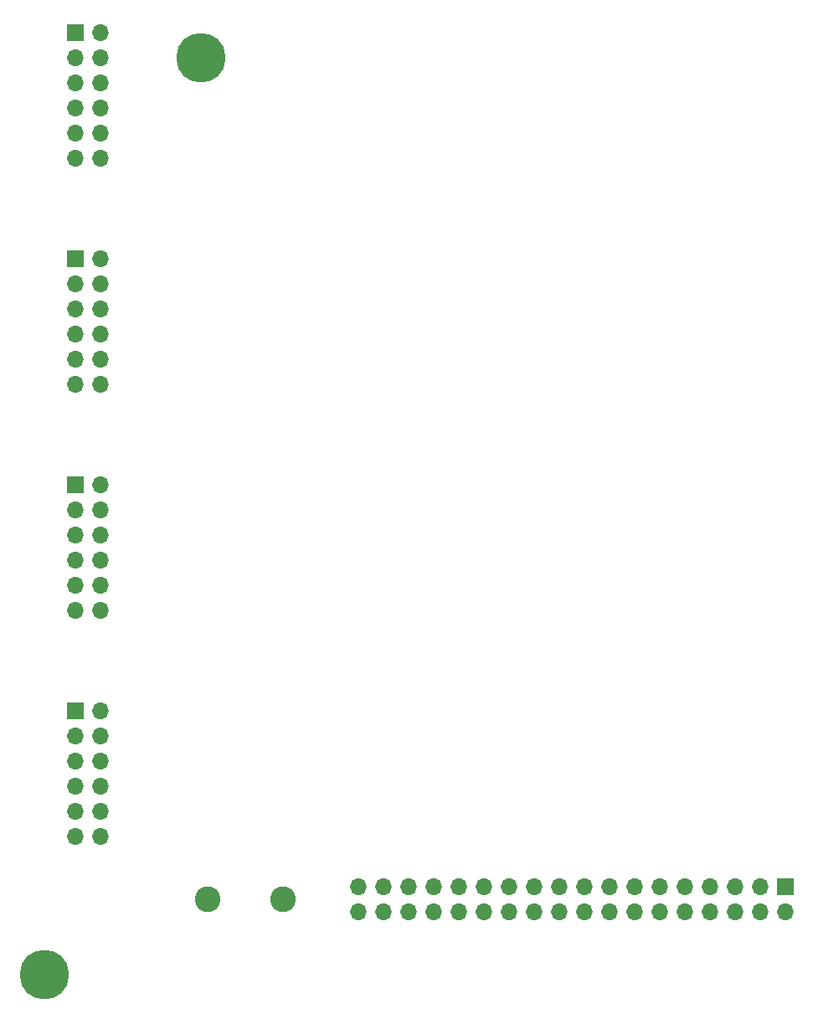
<source format=gbr>
%TF.GenerationSoftware,KiCad,Pcbnew,8.0.2*%
%TF.CreationDate,2024-05-14T21:46:34+09:00*%
%TF.ProjectId,Gender_A7-100_ArduinoDUE,47656e64-6572-45f4-9137-2d3130305f41,rev?*%
%TF.SameCoordinates,Original*%
%TF.FileFunction,Soldermask,Bot*%
%TF.FilePolarity,Negative*%
%FSLAX46Y46*%
G04 Gerber Fmt 4.6, Leading zero omitted, Abs format (unit mm)*
G04 Created by KiCad (PCBNEW 8.0.2) date 2024-05-14 21:46:34*
%MOMM*%
%LPD*%
G01*
G04 APERTURE LIST*
%ADD10C,5.000000*%
%ADD11C,2.600000*%
%ADD12R,1.700000X1.700000*%
%ADD13O,1.700000X1.700000*%
G04 APERTURE END LIST*
D10*
%TO.C,TP1*%
X98425000Y-146050000D03*
%TD*%
D11*
%TO.C,TP3*%
X122555000Y-138430000D03*
X114935000Y-138430000D03*
%TD*%
D10*
%TO.C,TP2*%
X114300000Y-53340000D03*
%TD*%
D12*
%TO.C,JA1*%
X101600000Y-50800000D03*
D13*
X104140000Y-50800000D03*
X101600000Y-53340000D03*
X104140000Y-53340000D03*
X101600000Y-55880000D03*
X104140000Y-55880000D03*
X101600000Y-58420000D03*
X104140000Y-58420000D03*
X101600000Y-60960000D03*
X104140000Y-60960000D03*
X101600000Y-63500000D03*
X104140000Y-63500000D03*
%TD*%
D12*
%TO.C,JC1*%
X101600000Y-96520000D03*
D13*
X104140000Y-96520000D03*
X101600000Y-99060000D03*
X104140000Y-99060000D03*
X101600000Y-101600000D03*
X104140000Y-101600000D03*
X101600000Y-104140000D03*
X104140000Y-104140000D03*
X101600000Y-106680000D03*
X104140000Y-106680000D03*
X101600000Y-109220000D03*
X104140000Y-109220000D03*
%TD*%
D12*
%TO.C,JB1*%
X101600000Y-73660000D03*
D13*
X104140000Y-73660000D03*
X101600000Y-76200000D03*
X104140000Y-76200000D03*
X101600000Y-78740000D03*
X104140000Y-78740000D03*
X101600000Y-81280000D03*
X104140000Y-81280000D03*
X101600000Y-83820000D03*
X104140000Y-83820000D03*
X101600000Y-86360000D03*
X104140000Y-86360000D03*
%TD*%
D12*
%TO.C,JD1*%
X101600000Y-119380000D03*
D13*
X104140000Y-119380000D03*
X101600000Y-121920000D03*
X104140000Y-121920000D03*
X101600000Y-124460000D03*
X104140000Y-124460000D03*
X101600000Y-127000000D03*
X104140000Y-127000000D03*
X101600000Y-129540000D03*
X104140000Y-129540000D03*
X101600000Y-132080000D03*
X104140000Y-132080000D03*
%TD*%
D12*
%TO.C,J1*%
X173355000Y-137160000D03*
D13*
X173355000Y-139700000D03*
X170815000Y-137160000D03*
X170815000Y-139700000D03*
X168275000Y-137160000D03*
X168275000Y-139700000D03*
X165735000Y-137160000D03*
X165735000Y-139700000D03*
X163195000Y-137160000D03*
X163195000Y-139700000D03*
X160655000Y-137160000D03*
X160655000Y-139700000D03*
X158115000Y-137160000D03*
X158115000Y-139700000D03*
X155575000Y-137160000D03*
X155575000Y-139700000D03*
X153035000Y-137160000D03*
X153035000Y-139700000D03*
X150495000Y-137160000D03*
X150495000Y-139700000D03*
X147955000Y-137160000D03*
X147955000Y-139700000D03*
X145415000Y-137160000D03*
X145415000Y-139700000D03*
X142875000Y-137160000D03*
X142875000Y-139700000D03*
X140335000Y-137160000D03*
X140335000Y-139700000D03*
X137795000Y-137160000D03*
X137795000Y-139700000D03*
X135255000Y-137160000D03*
X135255000Y-139700000D03*
X132715000Y-137160000D03*
X132715000Y-139700000D03*
X130175000Y-137160000D03*
X130175000Y-139700000D03*
%TD*%
M02*

</source>
